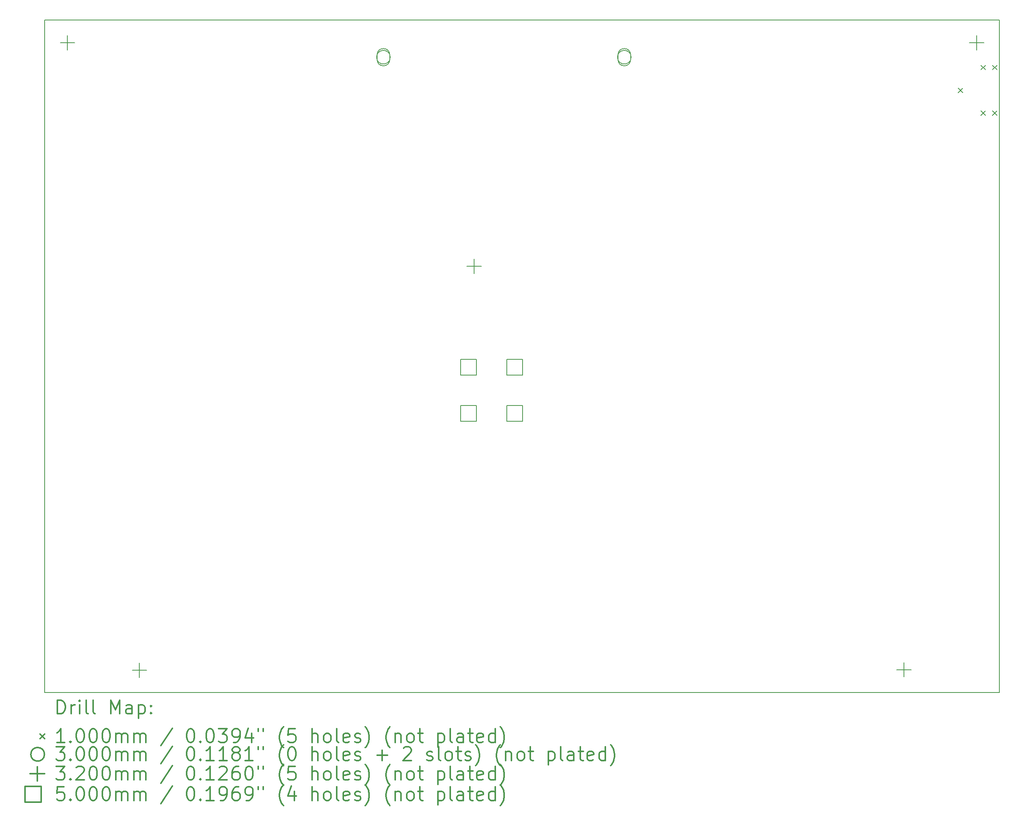
<source format=gbr>
%FSLAX45Y45*%
G04 Gerber Fmt 4.5, Leading zero omitted, Abs format (unit mm)*
G04 Created by KiCad (PCBNEW 5.1.10) date 2021-05-26 01:01:05*
%MOMM*%
%LPD*%
G01*
G04 APERTURE LIST*
%TA.AperFunction,Profile*%
%ADD10C,0.150000*%
%TD*%
%ADD11C,0.200000*%
%ADD12C,0.300000*%
G04 APERTURE END LIST*
D10*
X1600000Y-16300000D02*
X1600000Y-1500000D01*
X22600000Y-16300000D02*
X1600000Y-16300000D01*
X22600000Y-1500000D02*
X22600000Y-16300000D01*
X1600000Y-1500000D02*
X22600000Y-1500000D01*
D11*
X21700000Y-3000000D02*
X21800000Y-3100000D01*
X21800000Y-3000000D02*
X21700000Y-3100000D01*
X22200000Y-2500000D02*
X22300000Y-2600000D01*
X22300000Y-2500000D02*
X22200000Y-2600000D01*
X22200000Y-3500000D02*
X22300000Y-3600000D01*
X22300000Y-3500000D02*
X22200000Y-3600000D01*
X22450000Y-2500000D02*
X22550000Y-2600000D01*
X22550000Y-2500000D02*
X22450000Y-2600000D01*
X22450000Y-3500000D02*
X22550000Y-3600000D01*
X22550000Y-3500000D02*
X22450000Y-3600000D01*
X9200018Y-2321966D02*
G75*
G03*
X9200018Y-2321966I-150000J0D01*
G01*
X9190018Y-2371966D02*
X9190018Y-2271966D01*
X8910018Y-2371966D02*
X8910018Y-2271966D01*
X9190018Y-2271966D02*
G75*
G03*
X8910018Y-2271966I-140000J0D01*
G01*
X8910018Y-2371966D02*
G75*
G03*
X9190018Y-2371966I140000J0D01*
G01*
X14499982Y-2321966D02*
G75*
G03*
X14499982Y-2321966I-150000J0D01*
G01*
X14489982Y-2371966D02*
X14489982Y-2271966D01*
X14209982Y-2371966D02*
X14209982Y-2271966D01*
X14489982Y-2271966D02*
G75*
G03*
X14209982Y-2271966I-140000J0D01*
G01*
X14209982Y-2371966D02*
G75*
G03*
X14489982Y-2371966I140000J0D01*
G01*
X2100000Y-1840000D02*
X2100000Y-2160000D01*
X1940000Y-2000000D02*
X2260000Y-2000000D01*
X3683000Y-15651500D02*
X3683000Y-15971500D01*
X3523000Y-15811500D02*
X3843000Y-15811500D01*
X11043920Y-6764040D02*
X11043920Y-7084040D01*
X10883920Y-6924040D02*
X11203920Y-6924040D01*
X20500000Y-15640000D02*
X20500000Y-15960000D01*
X20340000Y-15800000D02*
X20660000Y-15800000D01*
X22100000Y-1840000D02*
X22100000Y-2160000D01*
X21940000Y-2000000D02*
X22260000Y-2000000D01*
X11098778Y-9320778D02*
X11098778Y-8967222D01*
X10745222Y-8967222D01*
X10745222Y-9320778D01*
X11098778Y-9320778D01*
X11098778Y-10336778D02*
X11098778Y-9983222D01*
X10745222Y-9983222D01*
X10745222Y-10336778D01*
X11098778Y-10336778D01*
X12114778Y-9320778D02*
X12114778Y-8967222D01*
X11761222Y-8967222D01*
X11761222Y-9320778D01*
X12114778Y-9320778D01*
X12114778Y-10336778D02*
X12114778Y-9983222D01*
X11761222Y-9983222D01*
X11761222Y-10336778D01*
X12114778Y-10336778D01*
D12*
X1878928Y-16773214D02*
X1878928Y-16473214D01*
X1950357Y-16473214D01*
X1993214Y-16487500D01*
X2021786Y-16516071D01*
X2036071Y-16544643D01*
X2050357Y-16601786D01*
X2050357Y-16644643D01*
X2036071Y-16701786D01*
X2021786Y-16730357D01*
X1993214Y-16758929D01*
X1950357Y-16773214D01*
X1878928Y-16773214D01*
X2178928Y-16773214D02*
X2178928Y-16573214D01*
X2178928Y-16630357D02*
X2193214Y-16601786D01*
X2207500Y-16587500D01*
X2236071Y-16573214D01*
X2264643Y-16573214D01*
X2364643Y-16773214D02*
X2364643Y-16573214D01*
X2364643Y-16473214D02*
X2350357Y-16487500D01*
X2364643Y-16501786D01*
X2378928Y-16487500D01*
X2364643Y-16473214D01*
X2364643Y-16501786D01*
X2550357Y-16773214D02*
X2521786Y-16758929D01*
X2507500Y-16730357D01*
X2507500Y-16473214D01*
X2707500Y-16773214D02*
X2678928Y-16758929D01*
X2664643Y-16730357D01*
X2664643Y-16473214D01*
X3050357Y-16773214D02*
X3050357Y-16473214D01*
X3150357Y-16687500D01*
X3250357Y-16473214D01*
X3250357Y-16773214D01*
X3521786Y-16773214D02*
X3521786Y-16616071D01*
X3507500Y-16587500D01*
X3478928Y-16573214D01*
X3421786Y-16573214D01*
X3393214Y-16587500D01*
X3521786Y-16758929D02*
X3493214Y-16773214D01*
X3421786Y-16773214D01*
X3393214Y-16758929D01*
X3378928Y-16730357D01*
X3378928Y-16701786D01*
X3393214Y-16673214D01*
X3421786Y-16658929D01*
X3493214Y-16658929D01*
X3521786Y-16644643D01*
X3664643Y-16573214D02*
X3664643Y-16873214D01*
X3664643Y-16587500D02*
X3693214Y-16573214D01*
X3750357Y-16573214D01*
X3778928Y-16587500D01*
X3793214Y-16601786D01*
X3807500Y-16630357D01*
X3807500Y-16716071D01*
X3793214Y-16744643D01*
X3778928Y-16758929D01*
X3750357Y-16773214D01*
X3693214Y-16773214D01*
X3664643Y-16758929D01*
X3936071Y-16744643D02*
X3950357Y-16758929D01*
X3936071Y-16773214D01*
X3921786Y-16758929D01*
X3936071Y-16744643D01*
X3936071Y-16773214D01*
X3936071Y-16587500D02*
X3950357Y-16601786D01*
X3936071Y-16616071D01*
X3921786Y-16601786D01*
X3936071Y-16587500D01*
X3936071Y-16616071D01*
X1492500Y-17217500D02*
X1592500Y-17317500D01*
X1592500Y-17217500D02*
X1492500Y-17317500D01*
X2036071Y-17403214D02*
X1864643Y-17403214D01*
X1950357Y-17403214D02*
X1950357Y-17103214D01*
X1921786Y-17146072D01*
X1893214Y-17174643D01*
X1864643Y-17188929D01*
X2164643Y-17374643D02*
X2178928Y-17388929D01*
X2164643Y-17403214D01*
X2150357Y-17388929D01*
X2164643Y-17374643D01*
X2164643Y-17403214D01*
X2364643Y-17103214D02*
X2393214Y-17103214D01*
X2421786Y-17117500D01*
X2436071Y-17131786D01*
X2450357Y-17160357D01*
X2464643Y-17217500D01*
X2464643Y-17288929D01*
X2450357Y-17346072D01*
X2436071Y-17374643D01*
X2421786Y-17388929D01*
X2393214Y-17403214D01*
X2364643Y-17403214D01*
X2336071Y-17388929D01*
X2321786Y-17374643D01*
X2307500Y-17346072D01*
X2293214Y-17288929D01*
X2293214Y-17217500D01*
X2307500Y-17160357D01*
X2321786Y-17131786D01*
X2336071Y-17117500D01*
X2364643Y-17103214D01*
X2650357Y-17103214D02*
X2678928Y-17103214D01*
X2707500Y-17117500D01*
X2721786Y-17131786D01*
X2736071Y-17160357D01*
X2750357Y-17217500D01*
X2750357Y-17288929D01*
X2736071Y-17346072D01*
X2721786Y-17374643D01*
X2707500Y-17388929D01*
X2678928Y-17403214D01*
X2650357Y-17403214D01*
X2621786Y-17388929D01*
X2607500Y-17374643D01*
X2593214Y-17346072D01*
X2578928Y-17288929D01*
X2578928Y-17217500D01*
X2593214Y-17160357D01*
X2607500Y-17131786D01*
X2621786Y-17117500D01*
X2650357Y-17103214D01*
X2936071Y-17103214D02*
X2964643Y-17103214D01*
X2993214Y-17117500D01*
X3007500Y-17131786D01*
X3021786Y-17160357D01*
X3036071Y-17217500D01*
X3036071Y-17288929D01*
X3021786Y-17346072D01*
X3007500Y-17374643D01*
X2993214Y-17388929D01*
X2964643Y-17403214D01*
X2936071Y-17403214D01*
X2907500Y-17388929D01*
X2893214Y-17374643D01*
X2878928Y-17346072D01*
X2864643Y-17288929D01*
X2864643Y-17217500D01*
X2878928Y-17160357D01*
X2893214Y-17131786D01*
X2907500Y-17117500D01*
X2936071Y-17103214D01*
X3164643Y-17403214D02*
X3164643Y-17203214D01*
X3164643Y-17231786D02*
X3178928Y-17217500D01*
X3207500Y-17203214D01*
X3250357Y-17203214D01*
X3278928Y-17217500D01*
X3293214Y-17246072D01*
X3293214Y-17403214D01*
X3293214Y-17246072D02*
X3307500Y-17217500D01*
X3336071Y-17203214D01*
X3378928Y-17203214D01*
X3407500Y-17217500D01*
X3421786Y-17246072D01*
X3421786Y-17403214D01*
X3564643Y-17403214D02*
X3564643Y-17203214D01*
X3564643Y-17231786D02*
X3578928Y-17217500D01*
X3607500Y-17203214D01*
X3650357Y-17203214D01*
X3678928Y-17217500D01*
X3693214Y-17246072D01*
X3693214Y-17403214D01*
X3693214Y-17246072D02*
X3707500Y-17217500D01*
X3736071Y-17203214D01*
X3778928Y-17203214D01*
X3807500Y-17217500D01*
X3821786Y-17246072D01*
X3821786Y-17403214D01*
X4407500Y-17088929D02*
X4150357Y-17474643D01*
X4793214Y-17103214D02*
X4821786Y-17103214D01*
X4850357Y-17117500D01*
X4864643Y-17131786D01*
X4878928Y-17160357D01*
X4893214Y-17217500D01*
X4893214Y-17288929D01*
X4878928Y-17346072D01*
X4864643Y-17374643D01*
X4850357Y-17388929D01*
X4821786Y-17403214D01*
X4793214Y-17403214D01*
X4764643Y-17388929D01*
X4750357Y-17374643D01*
X4736071Y-17346072D01*
X4721786Y-17288929D01*
X4721786Y-17217500D01*
X4736071Y-17160357D01*
X4750357Y-17131786D01*
X4764643Y-17117500D01*
X4793214Y-17103214D01*
X5021786Y-17374643D02*
X5036071Y-17388929D01*
X5021786Y-17403214D01*
X5007500Y-17388929D01*
X5021786Y-17374643D01*
X5021786Y-17403214D01*
X5221786Y-17103214D02*
X5250357Y-17103214D01*
X5278928Y-17117500D01*
X5293214Y-17131786D01*
X5307500Y-17160357D01*
X5321786Y-17217500D01*
X5321786Y-17288929D01*
X5307500Y-17346072D01*
X5293214Y-17374643D01*
X5278928Y-17388929D01*
X5250357Y-17403214D01*
X5221786Y-17403214D01*
X5193214Y-17388929D01*
X5178928Y-17374643D01*
X5164643Y-17346072D01*
X5150357Y-17288929D01*
X5150357Y-17217500D01*
X5164643Y-17160357D01*
X5178928Y-17131786D01*
X5193214Y-17117500D01*
X5221786Y-17103214D01*
X5421786Y-17103214D02*
X5607500Y-17103214D01*
X5507500Y-17217500D01*
X5550357Y-17217500D01*
X5578928Y-17231786D01*
X5593214Y-17246072D01*
X5607500Y-17274643D01*
X5607500Y-17346072D01*
X5593214Y-17374643D01*
X5578928Y-17388929D01*
X5550357Y-17403214D01*
X5464643Y-17403214D01*
X5436071Y-17388929D01*
X5421786Y-17374643D01*
X5750357Y-17403214D02*
X5807500Y-17403214D01*
X5836071Y-17388929D01*
X5850357Y-17374643D01*
X5878928Y-17331786D01*
X5893214Y-17274643D01*
X5893214Y-17160357D01*
X5878928Y-17131786D01*
X5864643Y-17117500D01*
X5836071Y-17103214D01*
X5778928Y-17103214D01*
X5750357Y-17117500D01*
X5736071Y-17131786D01*
X5721786Y-17160357D01*
X5721786Y-17231786D01*
X5736071Y-17260357D01*
X5750357Y-17274643D01*
X5778928Y-17288929D01*
X5836071Y-17288929D01*
X5864643Y-17274643D01*
X5878928Y-17260357D01*
X5893214Y-17231786D01*
X6150357Y-17203214D02*
X6150357Y-17403214D01*
X6078928Y-17088929D02*
X6007500Y-17303214D01*
X6193214Y-17303214D01*
X6293214Y-17103214D02*
X6293214Y-17160357D01*
X6407500Y-17103214D02*
X6407500Y-17160357D01*
X6850357Y-17517500D02*
X6836071Y-17503214D01*
X6807500Y-17460357D01*
X6793214Y-17431786D01*
X6778928Y-17388929D01*
X6764643Y-17317500D01*
X6764643Y-17260357D01*
X6778928Y-17188929D01*
X6793214Y-17146072D01*
X6807500Y-17117500D01*
X6836071Y-17074643D01*
X6850357Y-17060357D01*
X7107500Y-17103214D02*
X6964643Y-17103214D01*
X6950357Y-17246072D01*
X6964643Y-17231786D01*
X6993214Y-17217500D01*
X7064643Y-17217500D01*
X7093214Y-17231786D01*
X7107500Y-17246072D01*
X7121786Y-17274643D01*
X7121786Y-17346072D01*
X7107500Y-17374643D01*
X7093214Y-17388929D01*
X7064643Y-17403214D01*
X6993214Y-17403214D01*
X6964643Y-17388929D01*
X6950357Y-17374643D01*
X7478928Y-17403214D02*
X7478928Y-17103214D01*
X7607500Y-17403214D02*
X7607500Y-17246072D01*
X7593214Y-17217500D01*
X7564643Y-17203214D01*
X7521786Y-17203214D01*
X7493214Y-17217500D01*
X7478928Y-17231786D01*
X7793214Y-17403214D02*
X7764643Y-17388929D01*
X7750357Y-17374643D01*
X7736071Y-17346072D01*
X7736071Y-17260357D01*
X7750357Y-17231786D01*
X7764643Y-17217500D01*
X7793214Y-17203214D01*
X7836071Y-17203214D01*
X7864643Y-17217500D01*
X7878928Y-17231786D01*
X7893214Y-17260357D01*
X7893214Y-17346072D01*
X7878928Y-17374643D01*
X7864643Y-17388929D01*
X7836071Y-17403214D01*
X7793214Y-17403214D01*
X8064643Y-17403214D02*
X8036071Y-17388929D01*
X8021786Y-17360357D01*
X8021786Y-17103214D01*
X8293214Y-17388929D02*
X8264643Y-17403214D01*
X8207500Y-17403214D01*
X8178928Y-17388929D01*
X8164643Y-17360357D01*
X8164643Y-17246072D01*
X8178928Y-17217500D01*
X8207500Y-17203214D01*
X8264643Y-17203214D01*
X8293214Y-17217500D01*
X8307500Y-17246072D01*
X8307500Y-17274643D01*
X8164643Y-17303214D01*
X8421786Y-17388929D02*
X8450357Y-17403214D01*
X8507500Y-17403214D01*
X8536071Y-17388929D01*
X8550357Y-17360357D01*
X8550357Y-17346072D01*
X8536071Y-17317500D01*
X8507500Y-17303214D01*
X8464643Y-17303214D01*
X8436071Y-17288929D01*
X8421786Y-17260357D01*
X8421786Y-17246072D01*
X8436071Y-17217500D01*
X8464643Y-17203214D01*
X8507500Y-17203214D01*
X8536071Y-17217500D01*
X8650357Y-17517500D02*
X8664643Y-17503214D01*
X8693214Y-17460357D01*
X8707500Y-17431786D01*
X8721786Y-17388929D01*
X8736071Y-17317500D01*
X8736071Y-17260357D01*
X8721786Y-17188929D01*
X8707500Y-17146072D01*
X8693214Y-17117500D01*
X8664643Y-17074643D01*
X8650357Y-17060357D01*
X9193214Y-17517500D02*
X9178928Y-17503214D01*
X9150357Y-17460357D01*
X9136071Y-17431786D01*
X9121786Y-17388929D01*
X9107500Y-17317500D01*
X9107500Y-17260357D01*
X9121786Y-17188929D01*
X9136071Y-17146072D01*
X9150357Y-17117500D01*
X9178928Y-17074643D01*
X9193214Y-17060357D01*
X9307500Y-17203214D02*
X9307500Y-17403214D01*
X9307500Y-17231786D02*
X9321786Y-17217500D01*
X9350357Y-17203214D01*
X9393214Y-17203214D01*
X9421786Y-17217500D01*
X9436071Y-17246072D01*
X9436071Y-17403214D01*
X9621786Y-17403214D02*
X9593214Y-17388929D01*
X9578928Y-17374643D01*
X9564643Y-17346072D01*
X9564643Y-17260357D01*
X9578928Y-17231786D01*
X9593214Y-17217500D01*
X9621786Y-17203214D01*
X9664643Y-17203214D01*
X9693214Y-17217500D01*
X9707500Y-17231786D01*
X9721786Y-17260357D01*
X9721786Y-17346072D01*
X9707500Y-17374643D01*
X9693214Y-17388929D01*
X9664643Y-17403214D01*
X9621786Y-17403214D01*
X9807500Y-17203214D02*
X9921786Y-17203214D01*
X9850357Y-17103214D02*
X9850357Y-17360357D01*
X9864643Y-17388929D01*
X9893214Y-17403214D01*
X9921786Y-17403214D01*
X10250357Y-17203214D02*
X10250357Y-17503214D01*
X10250357Y-17217500D02*
X10278928Y-17203214D01*
X10336071Y-17203214D01*
X10364643Y-17217500D01*
X10378928Y-17231786D01*
X10393214Y-17260357D01*
X10393214Y-17346072D01*
X10378928Y-17374643D01*
X10364643Y-17388929D01*
X10336071Y-17403214D01*
X10278928Y-17403214D01*
X10250357Y-17388929D01*
X10564643Y-17403214D02*
X10536071Y-17388929D01*
X10521786Y-17360357D01*
X10521786Y-17103214D01*
X10807500Y-17403214D02*
X10807500Y-17246072D01*
X10793214Y-17217500D01*
X10764643Y-17203214D01*
X10707500Y-17203214D01*
X10678928Y-17217500D01*
X10807500Y-17388929D02*
X10778928Y-17403214D01*
X10707500Y-17403214D01*
X10678928Y-17388929D01*
X10664643Y-17360357D01*
X10664643Y-17331786D01*
X10678928Y-17303214D01*
X10707500Y-17288929D01*
X10778928Y-17288929D01*
X10807500Y-17274643D01*
X10907500Y-17203214D02*
X11021786Y-17203214D01*
X10950357Y-17103214D02*
X10950357Y-17360357D01*
X10964643Y-17388929D01*
X10993214Y-17403214D01*
X11021786Y-17403214D01*
X11236071Y-17388929D02*
X11207500Y-17403214D01*
X11150357Y-17403214D01*
X11121786Y-17388929D01*
X11107500Y-17360357D01*
X11107500Y-17246072D01*
X11121786Y-17217500D01*
X11150357Y-17203214D01*
X11207500Y-17203214D01*
X11236071Y-17217500D01*
X11250357Y-17246072D01*
X11250357Y-17274643D01*
X11107500Y-17303214D01*
X11507500Y-17403214D02*
X11507500Y-17103214D01*
X11507500Y-17388929D02*
X11478928Y-17403214D01*
X11421786Y-17403214D01*
X11393214Y-17388929D01*
X11378928Y-17374643D01*
X11364643Y-17346072D01*
X11364643Y-17260357D01*
X11378928Y-17231786D01*
X11393214Y-17217500D01*
X11421786Y-17203214D01*
X11478928Y-17203214D01*
X11507500Y-17217500D01*
X11621786Y-17517500D02*
X11636071Y-17503214D01*
X11664643Y-17460357D01*
X11678928Y-17431786D01*
X11693214Y-17388929D01*
X11707500Y-17317500D01*
X11707500Y-17260357D01*
X11693214Y-17188929D01*
X11678928Y-17146072D01*
X11664643Y-17117500D01*
X11636071Y-17074643D01*
X11621786Y-17060357D01*
X1592500Y-17663500D02*
G75*
G03*
X1592500Y-17663500I-150000J0D01*
G01*
X1850357Y-17499214D02*
X2036071Y-17499214D01*
X1936071Y-17613500D01*
X1978928Y-17613500D01*
X2007500Y-17627786D01*
X2021786Y-17642072D01*
X2036071Y-17670643D01*
X2036071Y-17742072D01*
X2021786Y-17770643D01*
X2007500Y-17784929D01*
X1978928Y-17799214D01*
X1893214Y-17799214D01*
X1864643Y-17784929D01*
X1850357Y-17770643D01*
X2164643Y-17770643D02*
X2178928Y-17784929D01*
X2164643Y-17799214D01*
X2150357Y-17784929D01*
X2164643Y-17770643D01*
X2164643Y-17799214D01*
X2364643Y-17499214D02*
X2393214Y-17499214D01*
X2421786Y-17513500D01*
X2436071Y-17527786D01*
X2450357Y-17556357D01*
X2464643Y-17613500D01*
X2464643Y-17684929D01*
X2450357Y-17742072D01*
X2436071Y-17770643D01*
X2421786Y-17784929D01*
X2393214Y-17799214D01*
X2364643Y-17799214D01*
X2336071Y-17784929D01*
X2321786Y-17770643D01*
X2307500Y-17742072D01*
X2293214Y-17684929D01*
X2293214Y-17613500D01*
X2307500Y-17556357D01*
X2321786Y-17527786D01*
X2336071Y-17513500D01*
X2364643Y-17499214D01*
X2650357Y-17499214D02*
X2678928Y-17499214D01*
X2707500Y-17513500D01*
X2721786Y-17527786D01*
X2736071Y-17556357D01*
X2750357Y-17613500D01*
X2750357Y-17684929D01*
X2736071Y-17742072D01*
X2721786Y-17770643D01*
X2707500Y-17784929D01*
X2678928Y-17799214D01*
X2650357Y-17799214D01*
X2621786Y-17784929D01*
X2607500Y-17770643D01*
X2593214Y-17742072D01*
X2578928Y-17684929D01*
X2578928Y-17613500D01*
X2593214Y-17556357D01*
X2607500Y-17527786D01*
X2621786Y-17513500D01*
X2650357Y-17499214D01*
X2936071Y-17499214D02*
X2964643Y-17499214D01*
X2993214Y-17513500D01*
X3007500Y-17527786D01*
X3021786Y-17556357D01*
X3036071Y-17613500D01*
X3036071Y-17684929D01*
X3021786Y-17742072D01*
X3007500Y-17770643D01*
X2993214Y-17784929D01*
X2964643Y-17799214D01*
X2936071Y-17799214D01*
X2907500Y-17784929D01*
X2893214Y-17770643D01*
X2878928Y-17742072D01*
X2864643Y-17684929D01*
X2864643Y-17613500D01*
X2878928Y-17556357D01*
X2893214Y-17527786D01*
X2907500Y-17513500D01*
X2936071Y-17499214D01*
X3164643Y-17799214D02*
X3164643Y-17599214D01*
X3164643Y-17627786D02*
X3178928Y-17613500D01*
X3207500Y-17599214D01*
X3250357Y-17599214D01*
X3278928Y-17613500D01*
X3293214Y-17642072D01*
X3293214Y-17799214D01*
X3293214Y-17642072D02*
X3307500Y-17613500D01*
X3336071Y-17599214D01*
X3378928Y-17599214D01*
X3407500Y-17613500D01*
X3421786Y-17642072D01*
X3421786Y-17799214D01*
X3564643Y-17799214D02*
X3564643Y-17599214D01*
X3564643Y-17627786D02*
X3578928Y-17613500D01*
X3607500Y-17599214D01*
X3650357Y-17599214D01*
X3678928Y-17613500D01*
X3693214Y-17642072D01*
X3693214Y-17799214D01*
X3693214Y-17642072D02*
X3707500Y-17613500D01*
X3736071Y-17599214D01*
X3778928Y-17599214D01*
X3807500Y-17613500D01*
X3821786Y-17642072D01*
X3821786Y-17799214D01*
X4407500Y-17484929D02*
X4150357Y-17870643D01*
X4793214Y-17499214D02*
X4821786Y-17499214D01*
X4850357Y-17513500D01*
X4864643Y-17527786D01*
X4878928Y-17556357D01*
X4893214Y-17613500D01*
X4893214Y-17684929D01*
X4878928Y-17742072D01*
X4864643Y-17770643D01*
X4850357Y-17784929D01*
X4821786Y-17799214D01*
X4793214Y-17799214D01*
X4764643Y-17784929D01*
X4750357Y-17770643D01*
X4736071Y-17742072D01*
X4721786Y-17684929D01*
X4721786Y-17613500D01*
X4736071Y-17556357D01*
X4750357Y-17527786D01*
X4764643Y-17513500D01*
X4793214Y-17499214D01*
X5021786Y-17770643D02*
X5036071Y-17784929D01*
X5021786Y-17799214D01*
X5007500Y-17784929D01*
X5021786Y-17770643D01*
X5021786Y-17799214D01*
X5321786Y-17799214D02*
X5150357Y-17799214D01*
X5236071Y-17799214D02*
X5236071Y-17499214D01*
X5207500Y-17542072D01*
X5178928Y-17570643D01*
X5150357Y-17584929D01*
X5607500Y-17799214D02*
X5436071Y-17799214D01*
X5521786Y-17799214D02*
X5521786Y-17499214D01*
X5493214Y-17542072D01*
X5464643Y-17570643D01*
X5436071Y-17584929D01*
X5778928Y-17627786D02*
X5750357Y-17613500D01*
X5736071Y-17599214D01*
X5721786Y-17570643D01*
X5721786Y-17556357D01*
X5736071Y-17527786D01*
X5750357Y-17513500D01*
X5778928Y-17499214D01*
X5836071Y-17499214D01*
X5864643Y-17513500D01*
X5878928Y-17527786D01*
X5893214Y-17556357D01*
X5893214Y-17570643D01*
X5878928Y-17599214D01*
X5864643Y-17613500D01*
X5836071Y-17627786D01*
X5778928Y-17627786D01*
X5750357Y-17642072D01*
X5736071Y-17656357D01*
X5721786Y-17684929D01*
X5721786Y-17742072D01*
X5736071Y-17770643D01*
X5750357Y-17784929D01*
X5778928Y-17799214D01*
X5836071Y-17799214D01*
X5864643Y-17784929D01*
X5878928Y-17770643D01*
X5893214Y-17742072D01*
X5893214Y-17684929D01*
X5878928Y-17656357D01*
X5864643Y-17642072D01*
X5836071Y-17627786D01*
X6178928Y-17799214D02*
X6007500Y-17799214D01*
X6093214Y-17799214D02*
X6093214Y-17499214D01*
X6064643Y-17542072D01*
X6036071Y-17570643D01*
X6007500Y-17584929D01*
X6293214Y-17499214D02*
X6293214Y-17556357D01*
X6407500Y-17499214D02*
X6407500Y-17556357D01*
X6850357Y-17913500D02*
X6836071Y-17899214D01*
X6807500Y-17856357D01*
X6793214Y-17827786D01*
X6778928Y-17784929D01*
X6764643Y-17713500D01*
X6764643Y-17656357D01*
X6778928Y-17584929D01*
X6793214Y-17542072D01*
X6807500Y-17513500D01*
X6836071Y-17470643D01*
X6850357Y-17456357D01*
X7021786Y-17499214D02*
X7050357Y-17499214D01*
X7078928Y-17513500D01*
X7093214Y-17527786D01*
X7107500Y-17556357D01*
X7121786Y-17613500D01*
X7121786Y-17684929D01*
X7107500Y-17742072D01*
X7093214Y-17770643D01*
X7078928Y-17784929D01*
X7050357Y-17799214D01*
X7021786Y-17799214D01*
X6993214Y-17784929D01*
X6978928Y-17770643D01*
X6964643Y-17742072D01*
X6950357Y-17684929D01*
X6950357Y-17613500D01*
X6964643Y-17556357D01*
X6978928Y-17527786D01*
X6993214Y-17513500D01*
X7021786Y-17499214D01*
X7478928Y-17799214D02*
X7478928Y-17499214D01*
X7607500Y-17799214D02*
X7607500Y-17642072D01*
X7593214Y-17613500D01*
X7564643Y-17599214D01*
X7521786Y-17599214D01*
X7493214Y-17613500D01*
X7478928Y-17627786D01*
X7793214Y-17799214D02*
X7764643Y-17784929D01*
X7750357Y-17770643D01*
X7736071Y-17742072D01*
X7736071Y-17656357D01*
X7750357Y-17627786D01*
X7764643Y-17613500D01*
X7793214Y-17599214D01*
X7836071Y-17599214D01*
X7864643Y-17613500D01*
X7878928Y-17627786D01*
X7893214Y-17656357D01*
X7893214Y-17742072D01*
X7878928Y-17770643D01*
X7864643Y-17784929D01*
X7836071Y-17799214D01*
X7793214Y-17799214D01*
X8064643Y-17799214D02*
X8036071Y-17784929D01*
X8021786Y-17756357D01*
X8021786Y-17499214D01*
X8293214Y-17784929D02*
X8264643Y-17799214D01*
X8207500Y-17799214D01*
X8178928Y-17784929D01*
X8164643Y-17756357D01*
X8164643Y-17642072D01*
X8178928Y-17613500D01*
X8207500Y-17599214D01*
X8264643Y-17599214D01*
X8293214Y-17613500D01*
X8307500Y-17642072D01*
X8307500Y-17670643D01*
X8164643Y-17699214D01*
X8421786Y-17784929D02*
X8450357Y-17799214D01*
X8507500Y-17799214D01*
X8536071Y-17784929D01*
X8550357Y-17756357D01*
X8550357Y-17742072D01*
X8536071Y-17713500D01*
X8507500Y-17699214D01*
X8464643Y-17699214D01*
X8436071Y-17684929D01*
X8421786Y-17656357D01*
X8421786Y-17642072D01*
X8436071Y-17613500D01*
X8464643Y-17599214D01*
X8507500Y-17599214D01*
X8536071Y-17613500D01*
X8907500Y-17684929D02*
X9136071Y-17684929D01*
X9021786Y-17799214D02*
X9021786Y-17570643D01*
X9493214Y-17527786D02*
X9507500Y-17513500D01*
X9536071Y-17499214D01*
X9607500Y-17499214D01*
X9636071Y-17513500D01*
X9650357Y-17527786D01*
X9664643Y-17556357D01*
X9664643Y-17584929D01*
X9650357Y-17627786D01*
X9478928Y-17799214D01*
X9664643Y-17799214D01*
X10007500Y-17784929D02*
X10036071Y-17799214D01*
X10093214Y-17799214D01*
X10121786Y-17784929D01*
X10136071Y-17756357D01*
X10136071Y-17742072D01*
X10121786Y-17713500D01*
X10093214Y-17699214D01*
X10050357Y-17699214D01*
X10021786Y-17684929D01*
X10007500Y-17656357D01*
X10007500Y-17642072D01*
X10021786Y-17613500D01*
X10050357Y-17599214D01*
X10093214Y-17599214D01*
X10121786Y-17613500D01*
X10307500Y-17799214D02*
X10278928Y-17784929D01*
X10264643Y-17756357D01*
X10264643Y-17499214D01*
X10464643Y-17799214D02*
X10436071Y-17784929D01*
X10421786Y-17770643D01*
X10407500Y-17742072D01*
X10407500Y-17656357D01*
X10421786Y-17627786D01*
X10436071Y-17613500D01*
X10464643Y-17599214D01*
X10507500Y-17599214D01*
X10536071Y-17613500D01*
X10550357Y-17627786D01*
X10564643Y-17656357D01*
X10564643Y-17742072D01*
X10550357Y-17770643D01*
X10536071Y-17784929D01*
X10507500Y-17799214D01*
X10464643Y-17799214D01*
X10650357Y-17599214D02*
X10764643Y-17599214D01*
X10693214Y-17499214D02*
X10693214Y-17756357D01*
X10707500Y-17784929D01*
X10736071Y-17799214D01*
X10764643Y-17799214D01*
X10850357Y-17784929D02*
X10878928Y-17799214D01*
X10936071Y-17799214D01*
X10964643Y-17784929D01*
X10978928Y-17756357D01*
X10978928Y-17742072D01*
X10964643Y-17713500D01*
X10936071Y-17699214D01*
X10893214Y-17699214D01*
X10864643Y-17684929D01*
X10850357Y-17656357D01*
X10850357Y-17642072D01*
X10864643Y-17613500D01*
X10893214Y-17599214D01*
X10936071Y-17599214D01*
X10964643Y-17613500D01*
X11078928Y-17913500D02*
X11093214Y-17899214D01*
X11121786Y-17856357D01*
X11136071Y-17827786D01*
X11150357Y-17784929D01*
X11164643Y-17713500D01*
X11164643Y-17656357D01*
X11150357Y-17584929D01*
X11136071Y-17542072D01*
X11121786Y-17513500D01*
X11093214Y-17470643D01*
X11078928Y-17456357D01*
X11621786Y-17913500D02*
X11607500Y-17899214D01*
X11578928Y-17856357D01*
X11564643Y-17827786D01*
X11550357Y-17784929D01*
X11536071Y-17713500D01*
X11536071Y-17656357D01*
X11550357Y-17584929D01*
X11564643Y-17542072D01*
X11578928Y-17513500D01*
X11607500Y-17470643D01*
X11621786Y-17456357D01*
X11736071Y-17599214D02*
X11736071Y-17799214D01*
X11736071Y-17627786D02*
X11750357Y-17613500D01*
X11778928Y-17599214D01*
X11821786Y-17599214D01*
X11850357Y-17613500D01*
X11864643Y-17642072D01*
X11864643Y-17799214D01*
X12050357Y-17799214D02*
X12021786Y-17784929D01*
X12007500Y-17770643D01*
X11993214Y-17742072D01*
X11993214Y-17656357D01*
X12007500Y-17627786D01*
X12021786Y-17613500D01*
X12050357Y-17599214D01*
X12093214Y-17599214D01*
X12121786Y-17613500D01*
X12136071Y-17627786D01*
X12150357Y-17656357D01*
X12150357Y-17742072D01*
X12136071Y-17770643D01*
X12121786Y-17784929D01*
X12093214Y-17799214D01*
X12050357Y-17799214D01*
X12236071Y-17599214D02*
X12350357Y-17599214D01*
X12278928Y-17499214D02*
X12278928Y-17756357D01*
X12293214Y-17784929D01*
X12321786Y-17799214D01*
X12350357Y-17799214D01*
X12678928Y-17599214D02*
X12678928Y-17899214D01*
X12678928Y-17613500D02*
X12707500Y-17599214D01*
X12764643Y-17599214D01*
X12793214Y-17613500D01*
X12807500Y-17627786D01*
X12821786Y-17656357D01*
X12821786Y-17742072D01*
X12807500Y-17770643D01*
X12793214Y-17784929D01*
X12764643Y-17799214D01*
X12707500Y-17799214D01*
X12678928Y-17784929D01*
X12993214Y-17799214D02*
X12964643Y-17784929D01*
X12950357Y-17756357D01*
X12950357Y-17499214D01*
X13236071Y-17799214D02*
X13236071Y-17642072D01*
X13221786Y-17613500D01*
X13193214Y-17599214D01*
X13136071Y-17599214D01*
X13107500Y-17613500D01*
X13236071Y-17784929D02*
X13207500Y-17799214D01*
X13136071Y-17799214D01*
X13107500Y-17784929D01*
X13093214Y-17756357D01*
X13093214Y-17727786D01*
X13107500Y-17699214D01*
X13136071Y-17684929D01*
X13207500Y-17684929D01*
X13236071Y-17670643D01*
X13336071Y-17599214D02*
X13450357Y-17599214D01*
X13378928Y-17499214D02*
X13378928Y-17756357D01*
X13393214Y-17784929D01*
X13421786Y-17799214D01*
X13450357Y-17799214D01*
X13664643Y-17784929D02*
X13636071Y-17799214D01*
X13578928Y-17799214D01*
X13550357Y-17784929D01*
X13536071Y-17756357D01*
X13536071Y-17642072D01*
X13550357Y-17613500D01*
X13578928Y-17599214D01*
X13636071Y-17599214D01*
X13664643Y-17613500D01*
X13678928Y-17642072D01*
X13678928Y-17670643D01*
X13536071Y-17699214D01*
X13936071Y-17799214D02*
X13936071Y-17499214D01*
X13936071Y-17784929D02*
X13907500Y-17799214D01*
X13850357Y-17799214D01*
X13821786Y-17784929D01*
X13807500Y-17770643D01*
X13793214Y-17742072D01*
X13793214Y-17656357D01*
X13807500Y-17627786D01*
X13821786Y-17613500D01*
X13850357Y-17599214D01*
X13907500Y-17599214D01*
X13936071Y-17613500D01*
X14050357Y-17913500D02*
X14064643Y-17899214D01*
X14093214Y-17856357D01*
X14107500Y-17827786D01*
X14121786Y-17784929D01*
X14136071Y-17713500D01*
X14136071Y-17656357D01*
X14121786Y-17584929D01*
X14107500Y-17542072D01*
X14093214Y-17513500D01*
X14064643Y-17470643D01*
X14050357Y-17456357D01*
X1432500Y-17933500D02*
X1432500Y-18253500D01*
X1272500Y-18093500D02*
X1592500Y-18093500D01*
X1850357Y-17929214D02*
X2036071Y-17929214D01*
X1936071Y-18043500D01*
X1978928Y-18043500D01*
X2007500Y-18057786D01*
X2021786Y-18072072D01*
X2036071Y-18100643D01*
X2036071Y-18172072D01*
X2021786Y-18200643D01*
X2007500Y-18214929D01*
X1978928Y-18229214D01*
X1893214Y-18229214D01*
X1864643Y-18214929D01*
X1850357Y-18200643D01*
X2164643Y-18200643D02*
X2178928Y-18214929D01*
X2164643Y-18229214D01*
X2150357Y-18214929D01*
X2164643Y-18200643D01*
X2164643Y-18229214D01*
X2293214Y-17957786D02*
X2307500Y-17943500D01*
X2336071Y-17929214D01*
X2407500Y-17929214D01*
X2436071Y-17943500D01*
X2450357Y-17957786D01*
X2464643Y-17986357D01*
X2464643Y-18014929D01*
X2450357Y-18057786D01*
X2278928Y-18229214D01*
X2464643Y-18229214D01*
X2650357Y-17929214D02*
X2678928Y-17929214D01*
X2707500Y-17943500D01*
X2721786Y-17957786D01*
X2736071Y-17986357D01*
X2750357Y-18043500D01*
X2750357Y-18114929D01*
X2736071Y-18172072D01*
X2721786Y-18200643D01*
X2707500Y-18214929D01*
X2678928Y-18229214D01*
X2650357Y-18229214D01*
X2621786Y-18214929D01*
X2607500Y-18200643D01*
X2593214Y-18172072D01*
X2578928Y-18114929D01*
X2578928Y-18043500D01*
X2593214Y-17986357D01*
X2607500Y-17957786D01*
X2621786Y-17943500D01*
X2650357Y-17929214D01*
X2936071Y-17929214D02*
X2964643Y-17929214D01*
X2993214Y-17943500D01*
X3007500Y-17957786D01*
X3021786Y-17986357D01*
X3036071Y-18043500D01*
X3036071Y-18114929D01*
X3021786Y-18172072D01*
X3007500Y-18200643D01*
X2993214Y-18214929D01*
X2964643Y-18229214D01*
X2936071Y-18229214D01*
X2907500Y-18214929D01*
X2893214Y-18200643D01*
X2878928Y-18172072D01*
X2864643Y-18114929D01*
X2864643Y-18043500D01*
X2878928Y-17986357D01*
X2893214Y-17957786D01*
X2907500Y-17943500D01*
X2936071Y-17929214D01*
X3164643Y-18229214D02*
X3164643Y-18029214D01*
X3164643Y-18057786D02*
X3178928Y-18043500D01*
X3207500Y-18029214D01*
X3250357Y-18029214D01*
X3278928Y-18043500D01*
X3293214Y-18072072D01*
X3293214Y-18229214D01*
X3293214Y-18072072D02*
X3307500Y-18043500D01*
X3336071Y-18029214D01*
X3378928Y-18029214D01*
X3407500Y-18043500D01*
X3421786Y-18072072D01*
X3421786Y-18229214D01*
X3564643Y-18229214D02*
X3564643Y-18029214D01*
X3564643Y-18057786D02*
X3578928Y-18043500D01*
X3607500Y-18029214D01*
X3650357Y-18029214D01*
X3678928Y-18043500D01*
X3693214Y-18072072D01*
X3693214Y-18229214D01*
X3693214Y-18072072D02*
X3707500Y-18043500D01*
X3736071Y-18029214D01*
X3778928Y-18029214D01*
X3807500Y-18043500D01*
X3821786Y-18072072D01*
X3821786Y-18229214D01*
X4407500Y-17914929D02*
X4150357Y-18300643D01*
X4793214Y-17929214D02*
X4821786Y-17929214D01*
X4850357Y-17943500D01*
X4864643Y-17957786D01*
X4878928Y-17986357D01*
X4893214Y-18043500D01*
X4893214Y-18114929D01*
X4878928Y-18172072D01*
X4864643Y-18200643D01*
X4850357Y-18214929D01*
X4821786Y-18229214D01*
X4793214Y-18229214D01*
X4764643Y-18214929D01*
X4750357Y-18200643D01*
X4736071Y-18172072D01*
X4721786Y-18114929D01*
X4721786Y-18043500D01*
X4736071Y-17986357D01*
X4750357Y-17957786D01*
X4764643Y-17943500D01*
X4793214Y-17929214D01*
X5021786Y-18200643D02*
X5036071Y-18214929D01*
X5021786Y-18229214D01*
X5007500Y-18214929D01*
X5021786Y-18200643D01*
X5021786Y-18229214D01*
X5321786Y-18229214D02*
X5150357Y-18229214D01*
X5236071Y-18229214D02*
X5236071Y-17929214D01*
X5207500Y-17972072D01*
X5178928Y-18000643D01*
X5150357Y-18014929D01*
X5436071Y-17957786D02*
X5450357Y-17943500D01*
X5478928Y-17929214D01*
X5550357Y-17929214D01*
X5578928Y-17943500D01*
X5593214Y-17957786D01*
X5607500Y-17986357D01*
X5607500Y-18014929D01*
X5593214Y-18057786D01*
X5421786Y-18229214D01*
X5607500Y-18229214D01*
X5864643Y-17929214D02*
X5807500Y-17929214D01*
X5778928Y-17943500D01*
X5764643Y-17957786D01*
X5736071Y-18000643D01*
X5721786Y-18057786D01*
X5721786Y-18172072D01*
X5736071Y-18200643D01*
X5750357Y-18214929D01*
X5778928Y-18229214D01*
X5836071Y-18229214D01*
X5864643Y-18214929D01*
X5878928Y-18200643D01*
X5893214Y-18172072D01*
X5893214Y-18100643D01*
X5878928Y-18072072D01*
X5864643Y-18057786D01*
X5836071Y-18043500D01*
X5778928Y-18043500D01*
X5750357Y-18057786D01*
X5736071Y-18072072D01*
X5721786Y-18100643D01*
X6078928Y-17929214D02*
X6107500Y-17929214D01*
X6136071Y-17943500D01*
X6150357Y-17957786D01*
X6164643Y-17986357D01*
X6178928Y-18043500D01*
X6178928Y-18114929D01*
X6164643Y-18172072D01*
X6150357Y-18200643D01*
X6136071Y-18214929D01*
X6107500Y-18229214D01*
X6078928Y-18229214D01*
X6050357Y-18214929D01*
X6036071Y-18200643D01*
X6021786Y-18172072D01*
X6007500Y-18114929D01*
X6007500Y-18043500D01*
X6021786Y-17986357D01*
X6036071Y-17957786D01*
X6050357Y-17943500D01*
X6078928Y-17929214D01*
X6293214Y-17929214D02*
X6293214Y-17986357D01*
X6407500Y-17929214D02*
X6407500Y-17986357D01*
X6850357Y-18343500D02*
X6836071Y-18329214D01*
X6807500Y-18286357D01*
X6793214Y-18257786D01*
X6778928Y-18214929D01*
X6764643Y-18143500D01*
X6764643Y-18086357D01*
X6778928Y-18014929D01*
X6793214Y-17972072D01*
X6807500Y-17943500D01*
X6836071Y-17900643D01*
X6850357Y-17886357D01*
X7107500Y-17929214D02*
X6964643Y-17929214D01*
X6950357Y-18072072D01*
X6964643Y-18057786D01*
X6993214Y-18043500D01*
X7064643Y-18043500D01*
X7093214Y-18057786D01*
X7107500Y-18072072D01*
X7121786Y-18100643D01*
X7121786Y-18172072D01*
X7107500Y-18200643D01*
X7093214Y-18214929D01*
X7064643Y-18229214D01*
X6993214Y-18229214D01*
X6964643Y-18214929D01*
X6950357Y-18200643D01*
X7478928Y-18229214D02*
X7478928Y-17929214D01*
X7607500Y-18229214D02*
X7607500Y-18072072D01*
X7593214Y-18043500D01*
X7564643Y-18029214D01*
X7521786Y-18029214D01*
X7493214Y-18043500D01*
X7478928Y-18057786D01*
X7793214Y-18229214D02*
X7764643Y-18214929D01*
X7750357Y-18200643D01*
X7736071Y-18172072D01*
X7736071Y-18086357D01*
X7750357Y-18057786D01*
X7764643Y-18043500D01*
X7793214Y-18029214D01*
X7836071Y-18029214D01*
X7864643Y-18043500D01*
X7878928Y-18057786D01*
X7893214Y-18086357D01*
X7893214Y-18172072D01*
X7878928Y-18200643D01*
X7864643Y-18214929D01*
X7836071Y-18229214D01*
X7793214Y-18229214D01*
X8064643Y-18229214D02*
X8036071Y-18214929D01*
X8021786Y-18186357D01*
X8021786Y-17929214D01*
X8293214Y-18214929D02*
X8264643Y-18229214D01*
X8207500Y-18229214D01*
X8178928Y-18214929D01*
X8164643Y-18186357D01*
X8164643Y-18072072D01*
X8178928Y-18043500D01*
X8207500Y-18029214D01*
X8264643Y-18029214D01*
X8293214Y-18043500D01*
X8307500Y-18072072D01*
X8307500Y-18100643D01*
X8164643Y-18129214D01*
X8421786Y-18214929D02*
X8450357Y-18229214D01*
X8507500Y-18229214D01*
X8536071Y-18214929D01*
X8550357Y-18186357D01*
X8550357Y-18172072D01*
X8536071Y-18143500D01*
X8507500Y-18129214D01*
X8464643Y-18129214D01*
X8436071Y-18114929D01*
X8421786Y-18086357D01*
X8421786Y-18072072D01*
X8436071Y-18043500D01*
X8464643Y-18029214D01*
X8507500Y-18029214D01*
X8536071Y-18043500D01*
X8650357Y-18343500D02*
X8664643Y-18329214D01*
X8693214Y-18286357D01*
X8707500Y-18257786D01*
X8721786Y-18214929D01*
X8736071Y-18143500D01*
X8736071Y-18086357D01*
X8721786Y-18014929D01*
X8707500Y-17972072D01*
X8693214Y-17943500D01*
X8664643Y-17900643D01*
X8650357Y-17886357D01*
X9193214Y-18343500D02*
X9178928Y-18329214D01*
X9150357Y-18286357D01*
X9136071Y-18257786D01*
X9121786Y-18214929D01*
X9107500Y-18143500D01*
X9107500Y-18086357D01*
X9121786Y-18014929D01*
X9136071Y-17972072D01*
X9150357Y-17943500D01*
X9178928Y-17900643D01*
X9193214Y-17886357D01*
X9307500Y-18029214D02*
X9307500Y-18229214D01*
X9307500Y-18057786D02*
X9321786Y-18043500D01*
X9350357Y-18029214D01*
X9393214Y-18029214D01*
X9421786Y-18043500D01*
X9436071Y-18072072D01*
X9436071Y-18229214D01*
X9621786Y-18229214D02*
X9593214Y-18214929D01*
X9578928Y-18200643D01*
X9564643Y-18172072D01*
X9564643Y-18086357D01*
X9578928Y-18057786D01*
X9593214Y-18043500D01*
X9621786Y-18029214D01*
X9664643Y-18029214D01*
X9693214Y-18043500D01*
X9707500Y-18057786D01*
X9721786Y-18086357D01*
X9721786Y-18172072D01*
X9707500Y-18200643D01*
X9693214Y-18214929D01*
X9664643Y-18229214D01*
X9621786Y-18229214D01*
X9807500Y-18029214D02*
X9921786Y-18029214D01*
X9850357Y-17929214D02*
X9850357Y-18186357D01*
X9864643Y-18214929D01*
X9893214Y-18229214D01*
X9921786Y-18229214D01*
X10250357Y-18029214D02*
X10250357Y-18329214D01*
X10250357Y-18043500D02*
X10278928Y-18029214D01*
X10336071Y-18029214D01*
X10364643Y-18043500D01*
X10378928Y-18057786D01*
X10393214Y-18086357D01*
X10393214Y-18172072D01*
X10378928Y-18200643D01*
X10364643Y-18214929D01*
X10336071Y-18229214D01*
X10278928Y-18229214D01*
X10250357Y-18214929D01*
X10564643Y-18229214D02*
X10536071Y-18214929D01*
X10521786Y-18186357D01*
X10521786Y-17929214D01*
X10807500Y-18229214D02*
X10807500Y-18072072D01*
X10793214Y-18043500D01*
X10764643Y-18029214D01*
X10707500Y-18029214D01*
X10678928Y-18043500D01*
X10807500Y-18214929D02*
X10778928Y-18229214D01*
X10707500Y-18229214D01*
X10678928Y-18214929D01*
X10664643Y-18186357D01*
X10664643Y-18157786D01*
X10678928Y-18129214D01*
X10707500Y-18114929D01*
X10778928Y-18114929D01*
X10807500Y-18100643D01*
X10907500Y-18029214D02*
X11021786Y-18029214D01*
X10950357Y-17929214D02*
X10950357Y-18186357D01*
X10964643Y-18214929D01*
X10993214Y-18229214D01*
X11021786Y-18229214D01*
X11236071Y-18214929D02*
X11207500Y-18229214D01*
X11150357Y-18229214D01*
X11121786Y-18214929D01*
X11107500Y-18186357D01*
X11107500Y-18072072D01*
X11121786Y-18043500D01*
X11150357Y-18029214D01*
X11207500Y-18029214D01*
X11236071Y-18043500D01*
X11250357Y-18072072D01*
X11250357Y-18100643D01*
X11107500Y-18129214D01*
X11507500Y-18229214D02*
X11507500Y-17929214D01*
X11507500Y-18214929D02*
X11478928Y-18229214D01*
X11421786Y-18229214D01*
X11393214Y-18214929D01*
X11378928Y-18200643D01*
X11364643Y-18172072D01*
X11364643Y-18086357D01*
X11378928Y-18057786D01*
X11393214Y-18043500D01*
X11421786Y-18029214D01*
X11478928Y-18029214D01*
X11507500Y-18043500D01*
X11621786Y-18343500D02*
X11636071Y-18329214D01*
X11664643Y-18286357D01*
X11678928Y-18257786D01*
X11693214Y-18214929D01*
X11707500Y-18143500D01*
X11707500Y-18086357D01*
X11693214Y-18014929D01*
X11678928Y-17972072D01*
X11664643Y-17943500D01*
X11636071Y-17900643D01*
X11621786Y-17886357D01*
X1519278Y-18720279D02*
X1519278Y-18366722D01*
X1165722Y-18366722D01*
X1165722Y-18720279D01*
X1519278Y-18720279D01*
X2021786Y-18379214D02*
X1878928Y-18379214D01*
X1864643Y-18522072D01*
X1878928Y-18507786D01*
X1907500Y-18493500D01*
X1978928Y-18493500D01*
X2007500Y-18507786D01*
X2021786Y-18522072D01*
X2036071Y-18550643D01*
X2036071Y-18622072D01*
X2021786Y-18650643D01*
X2007500Y-18664929D01*
X1978928Y-18679214D01*
X1907500Y-18679214D01*
X1878928Y-18664929D01*
X1864643Y-18650643D01*
X2164643Y-18650643D02*
X2178928Y-18664929D01*
X2164643Y-18679214D01*
X2150357Y-18664929D01*
X2164643Y-18650643D01*
X2164643Y-18679214D01*
X2364643Y-18379214D02*
X2393214Y-18379214D01*
X2421786Y-18393500D01*
X2436071Y-18407786D01*
X2450357Y-18436357D01*
X2464643Y-18493500D01*
X2464643Y-18564929D01*
X2450357Y-18622072D01*
X2436071Y-18650643D01*
X2421786Y-18664929D01*
X2393214Y-18679214D01*
X2364643Y-18679214D01*
X2336071Y-18664929D01*
X2321786Y-18650643D01*
X2307500Y-18622072D01*
X2293214Y-18564929D01*
X2293214Y-18493500D01*
X2307500Y-18436357D01*
X2321786Y-18407786D01*
X2336071Y-18393500D01*
X2364643Y-18379214D01*
X2650357Y-18379214D02*
X2678928Y-18379214D01*
X2707500Y-18393500D01*
X2721786Y-18407786D01*
X2736071Y-18436357D01*
X2750357Y-18493500D01*
X2750357Y-18564929D01*
X2736071Y-18622072D01*
X2721786Y-18650643D01*
X2707500Y-18664929D01*
X2678928Y-18679214D01*
X2650357Y-18679214D01*
X2621786Y-18664929D01*
X2607500Y-18650643D01*
X2593214Y-18622072D01*
X2578928Y-18564929D01*
X2578928Y-18493500D01*
X2593214Y-18436357D01*
X2607500Y-18407786D01*
X2621786Y-18393500D01*
X2650357Y-18379214D01*
X2936071Y-18379214D02*
X2964643Y-18379214D01*
X2993214Y-18393500D01*
X3007500Y-18407786D01*
X3021786Y-18436357D01*
X3036071Y-18493500D01*
X3036071Y-18564929D01*
X3021786Y-18622072D01*
X3007500Y-18650643D01*
X2993214Y-18664929D01*
X2964643Y-18679214D01*
X2936071Y-18679214D01*
X2907500Y-18664929D01*
X2893214Y-18650643D01*
X2878928Y-18622072D01*
X2864643Y-18564929D01*
X2864643Y-18493500D01*
X2878928Y-18436357D01*
X2893214Y-18407786D01*
X2907500Y-18393500D01*
X2936071Y-18379214D01*
X3164643Y-18679214D02*
X3164643Y-18479214D01*
X3164643Y-18507786D02*
X3178928Y-18493500D01*
X3207500Y-18479214D01*
X3250357Y-18479214D01*
X3278928Y-18493500D01*
X3293214Y-18522072D01*
X3293214Y-18679214D01*
X3293214Y-18522072D02*
X3307500Y-18493500D01*
X3336071Y-18479214D01*
X3378928Y-18479214D01*
X3407500Y-18493500D01*
X3421786Y-18522072D01*
X3421786Y-18679214D01*
X3564643Y-18679214D02*
X3564643Y-18479214D01*
X3564643Y-18507786D02*
X3578928Y-18493500D01*
X3607500Y-18479214D01*
X3650357Y-18479214D01*
X3678928Y-18493500D01*
X3693214Y-18522072D01*
X3693214Y-18679214D01*
X3693214Y-18522072D02*
X3707500Y-18493500D01*
X3736071Y-18479214D01*
X3778928Y-18479214D01*
X3807500Y-18493500D01*
X3821786Y-18522072D01*
X3821786Y-18679214D01*
X4407500Y-18364929D02*
X4150357Y-18750643D01*
X4793214Y-18379214D02*
X4821786Y-18379214D01*
X4850357Y-18393500D01*
X4864643Y-18407786D01*
X4878928Y-18436357D01*
X4893214Y-18493500D01*
X4893214Y-18564929D01*
X4878928Y-18622072D01*
X4864643Y-18650643D01*
X4850357Y-18664929D01*
X4821786Y-18679214D01*
X4793214Y-18679214D01*
X4764643Y-18664929D01*
X4750357Y-18650643D01*
X4736071Y-18622072D01*
X4721786Y-18564929D01*
X4721786Y-18493500D01*
X4736071Y-18436357D01*
X4750357Y-18407786D01*
X4764643Y-18393500D01*
X4793214Y-18379214D01*
X5021786Y-18650643D02*
X5036071Y-18664929D01*
X5021786Y-18679214D01*
X5007500Y-18664929D01*
X5021786Y-18650643D01*
X5021786Y-18679214D01*
X5321786Y-18679214D02*
X5150357Y-18679214D01*
X5236071Y-18679214D02*
X5236071Y-18379214D01*
X5207500Y-18422072D01*
X5178928Y-18450643D01*
X5150357Y-18464929D01*
X5464643Y-18679214D02*
X5521786Y-18679214D01*
X5550357Y-18664929D01*
X5564643Y-18650643D01*
X5593214Y-18607786D01*
X5607500Y-18550643D01*
X5607500Y-18436357D01*
X5593214Y-18407786D01*
X5578928Y-18393500D01*
X5550357Y-18379214D01*
X5493214Y-18379214D01*
X5464643Y-18393500D01*
X5450357Y-18407786D01*
X5436071Y-18436357D01*
X5436071Y-18507786D01*
X5450357Y-18536357D01*
X5464643Y-18550643D01*
X5493214Y-18564929D01*
X5550357Y-18564929D01*
X5578928Y-18550643D01*
X5593214Y-18536357D01*
X5607500Y-18507786D01*
X5864643Y-18379214D02*
X5807500Y-18379214D01*
X5778928Y-18393500D01*
X5764643Y-18407786D01*
X5736071Y-18450643D01*
X5721786Y-18507786D01*
X5721786Y-18622072D01*
X5736071Y-18650643D01*
X5750357Y-18664929D01*
X5778928Y-18679214D01*
X5836071Y-18679214D01*
X5864643Y-18664929D01*
X5878928Y-18650643D01*
X5893214Y-18622072D01*
X5893214Y-18550643D01*
X5878928Y-18522072D01*
X5864643Y-18507786D01*
X5836071Y-18493500D01*
X5778928Y-18493500D01*
X5750357Y-18507786D01*
X5736071Y-18522072D01*
X5721786Y-18550643D01*
X6036071Y-18679214D02*
X6093214Y-18679214D01*
X6121786Y-18664929D01*
X6136071Y-18650643D01*
X6164643Y-18607786D01*
X6178928Y-18550643D01*
X6178928Y-18436357D01*
X6164643Y-18407786D01*
X6150357Y-18393500D01*
X6121786Y-18379214D01*
X6064643Y-18379214D01*
X6036071Y-18393500D01*
X6021786Y-18407786D01*
X6007500Y-18436357D01*
X6007500Y-18507786D01*
X6021786Y-18536357D01*
X6036071Y-18550643D01*
X6064643Y-18564929D01*
X6121786Y-18564929D01*
X6150357Y-18550643D01*
X6164643Y-18536357D01*
X6178928Y-18507786D01*
X6293214Y-18379214D02*
X6293214Y-18436357D01*
X6407500Y-18379214D02*
X6407500Y-18436357D01*
X6850357Y-18793500D02*
X6836071Y-18779214D01*
X6807500Y-18736357D01*
X6793214Y-18707786D01*
X6778928Y-18664929D01*
X6764643Y-18593500D01*
X6764643Y-18536357D01*
X6778928Y-18464929D01*
X6793214Y-18422072D01*
X6807500Y-18393500D01*
X6836071Y-18350643D01*
X6850357Y-18336357D01*
X7093214Y-18479214D02*
X7093214Y-18679214D01*
X7021786Y-18364929D02*
X6950357Y-18579214D01*
X7136071Y-18579214D01*
X7478928Y-18679214D02*
X7478928Y-18379214D01*
X7607500Y-18679214D02*
X7607500Y-18522072D01*
X7593214Y-18493500D01*
X7564643Y-18479214D01*
X7521786Y-18479214D01*
X7493214Y-18493500D01*
X7478928Y-18507786D01*
X7793214Y-18679214D02*
X7764643Y-18664929D01*
X7750357Y-18650643D01*
X7736071Y-18622072D01*
X7736071Y-18536357D01*
X7750357Y-18507786D01*
X7764643Y-18493500D01*
X7793214Y-18479214D01*
X7836071Y-18479214D01*
X7864643Y-18493500D01*
X7878928Y-18507786D01*
X7893214Y-18536357D01*
X7893214Y-18622072D01*
X7878928Y-18650643D01*
X7864643Y-18664929D01*
X7836071Y-18679214D01*
X7793214Y-18679214D01*
X8064643Y-18679214D02*
X8036071Y-18664929D01*
X8021786Y-18636357D01*
X8021786Y-18379214D01*
X8293214Y-18664929D02*
X8264643Y-18679214D01*
X8207500Y-18679214D01*
X8178928Y-18664929D01*
X8164643Y-18636357D01*
X8164643Y-18522072D01*
X8178928Y-18493500D01*
X8207500Y-18479214D01*
X8264643Y-18479214D01*
X8293214Y-18493500D01*
X8307500Y-18522072D01*
X8307500Y-18550643D01*
X8164643Y-18579214D01*
X8421786Y-18664929D02*
X8450357Y-18679214D01*
X8507500Y-18679214D01*
X8536071Y-18664929D01*
X8550357Y-18636357D01*
X8550357Y-18622072D01*
X8536071Y-18593500D01*
X8507500Y-18579214D01*
X8464643Y-18579214D01*
X8436071Y-18564929D01*
X8421786Y-18536357D01*
X8421786Y-18522072D01*
X8436071Y-18493500D01*
X8464643Y-18479214D01*
X8507500Y-18479214D01*
X8536071Y-18493500D01*
X8650357Y-18793500D02*
X8664643Y-18779214D01*
X8693214Y-18736357D01*
X8707500Y-18707786D01*
X8721786Y-18664929D01*
X8736071Y-18593500D01*
X8736071Y-18536357D01*
X8721786Y-18464929D01*
X8707500Y-18422072D01*
X8693214Y-18393500D01*
X8664643Y-18350643D01*
X8650357Y-18336357D01*
X9193214Y-18793500D02*
X9178928Y-18779214D01*
X9150357Y-18736357D01*
X9136071Y-18707786D01*
X9121786Y-18664929D01*
X9107500Y-18593500D01*
X9107500Y-18536357D01*
X9121786Y-18464929D01*
X9136071Y-18422072D01*
X9150357Y-18393500D01*
X9178928Y-18350643D01*
X9193214Y-18336357D01*
X9307500Y-18479214D02*
X9307500Y-18679214D01*
X9307500Y-18507786D02*
X9321786Y-18493500D01*
X9350357Y-18479214D01*
X9393214Y-18479214D01*
X9421786Y-18493500D01*
X9436071Y-18522072D01*
X9436071Y-18679214D01*
X9621786Y-18679214D02*
X9593214Y-18664929D01*
X9578928Y-18650643D01*
X9564643Y-18622072D01*
X9564643Y-18536357D01*
X9578928Y-18507786D01*
X9593214Y-18493500D01*
X9621786Y-18479214D01*
X9664643Y-18479214D01*
X9693214Y-18493500D01*
X9707500Y-18507786D01*
X9721786Y-18536357D01*
X9721786Y-18622072D01*
X9707500Y-18650643D01*
X9693214Y-18664929D01*
X9664643Y-18679214D01*
X9621786Y-18679214D01*
X9807500Y-18479214D02*
X9921786Y-18479214D01*
X9850357Y-18379214D02*
X9850357Y-18636357D01*
X9864643Y-18664929D01*
X9893214Y-18679214D01*
X9921786Y-18679214D01*
X10250357Y-18479214D02*
X10250357Y-18779214D01*
X10250357Y-18493500D02*
X10278928Y-18479214D01*
X10336071Y-18479214D01*
X10364643Y-18493500D01*
X10378928Y-18507786D01*
X10393214Y-18536357D01*
X10393214Y-18622072D01*
X10378928Y-18650643D01*
X10364643Y-18664929D01*
X10336071Y-18679214D01*
X10278928Y-18679214D01*
X10250357Y-18664929D01*
X10564643Y-18679214D02*
X10536071Y-18664929D01*
X10521786Y-18636357D01*
X10521786Y-18379214D01*
X10807500Y-18679214D02*
X10807500Y-18522072D01*
X10793214Y-18493500D01*
X10764643Y-18479214D01*
X10707500Y-18479214D01*
X10678928Y-18493500D01*
X10807500Y-18664929D02*
X10778928Y-18679214D01*
X10707500Y-18679214D01*
X10678928Y-18664929D01*
X10664643Y-18636357D01*
X10664643Y-18607786D01*
X10678928Y-18579214D01*
X10707500Y-18564929D01*
X10778928Y-18564929D01*
X10807500Y-18550643D01*
X10907500Y-18479214D02*
X11021786Y-18479214D01*
X10950357Y-18379214D02*
X10950357Y-18636357D01*
X10964643Y-18664929D01*
X10993214Y-18679214D01*
X11021786Y-18679214D01*
X11236071Y-18664929D02*
X11207500Y-18679214D01*
X11150357Y-18679214D01*
X11121786Y-18664929D01*
X11107500Y-18636357D01*
X11107500Y-18522072D01*
X11121786Y-18493500D01*
X11150357Y-18479214D01*
X11207500Y-18479214D01*
X11236071Y-18493500D01*
X11250357Y-18522072D01*
X11250357Y-18550643D01*
X11107500Y-18579214D01*
X11507500Y-18679214D02*
X11507500Y-18379214D01*
X11507500Y-18664929D02*
X11478928Y-18679214D01*
X11421786Y-18679214D01*
X11393214Y-18664929D01*
X11378928Y-18650643D01*
X11364643Y-18622072D01*
X11364643Y-18536357D01*
X11378928Y-18507786D01*
X11393214Y-18493500D01*
X11421786Y-18479214D01*
X11478928Y-18479214D01*
X11507500Y-18493500D01*
X11621786Y-18793500D02*
X11636071Y-18779214D01*
X11664643Y-18736357D01*
X11678928Y-18707786D01*
X11693214Y-18664929D01*
X11707500Y-18593500D01*
X11707500Y-18536357D01*
X11693214Y-18464929D01*
X11678928Y-18422072D01*
X11664643Y-18393500D01*
X11636071Y-18350643D01*
X11621786Y-18336357D01*
M02*

</source>
